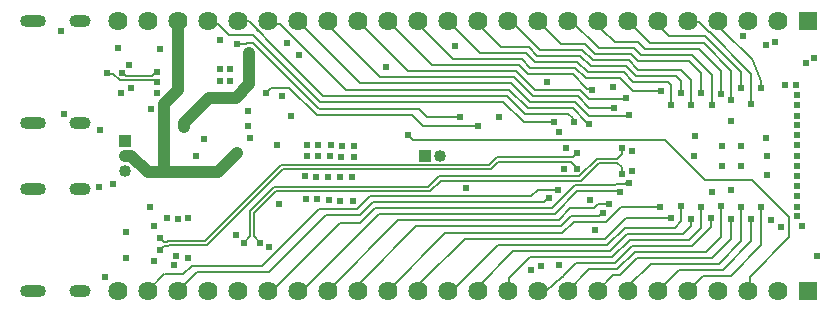
<source format=gbl>
G04*
G04 #@! TF.GenerationSoftware,Altium Limited,Altium Designer,24.5.2 (23)*
G04*
G04 Layer_Physical_Order=4*
G04 Layer_Color=16711680*
%FSLAX25Y25*%
%MOIN*%
G70*
G04*
G04 #@! TF.SameCoordinates,93A3EEE5-7AF5-460B-8448-28A0194370DD*
G04*
G04*
G04 #@! TF.FilePolarity,Positive*
G04*
G01*
G75*
%ADD12C,0.01000*%
%ADD13C,0.00600*%
G04:AMPARAMS|DCode=53|XSize=39.37mil|YSize=86.61mil|CornerRadius=19.68mil|HoleSize=0mil|Usage=FLASHONLY|Rotation=270.000|XOffset=0mil|YOffset=0mil|HoleType=Round|Shape=RoundedRectangle|*
%AMROUNDEDRECTD53*
21,1,0.03937,0.04724,0,0,270.0*
21,1,0.00000,0.08661,0,0,270.0*
1,1,0.03937,-0.02362,0.00000*
1,1,0.03937,-0.02362,0.00000*
1,1,0.03937,0.02362,0.00000*
1,1,0.03937,0.02362,0.00000*
%
%ADD53ROUNDEDRECTD53*%
G04:AMPARAMS|DCode=54|XSize=39.37mil|YSize=70.87mil|CornerRadius=19.68mil|HoleSize=0mil|Usage=FLASHONLY|Rotation=270.000|XOffset=0mil|YOffset=0mil|HoleType=Round|Shape=RoundedRectangle|*
%AMROUNDEDRECTD54*
21,1,0.03937,0.03150,0,0,270.0*
21,1,0.00000,0.07087,0,0,270.0*
1,1,0.03937,-0.01575,0.00000*
1,1,0.03937,-0.01575,0.00000*
1,1,0.03937,0.01575,0.00000*
1,1,0.03937,0.01575,0.00000*
%
%ADD54ROUNDEDRECTD54*%
%ADD65C,0.00603*%
%ADD68R,0.06400X0.06400*%
%ADD69C,0.06400*%
%ADD70R,0.04000X0.04000*%
%ADD71C,0.04000*%
%ADD72R,0.04000X0.04000*%
%ADD73C,0.02400*%
%ADD75C,0.04000*%
D12*
X96085Y5652D02*
G03*
X95000Y5000I4820J-9244D01*
G01*
X81648Y91705D02*
G03*
X81651Y91702I3351J3295D01*
G01*
D13*
X230540Y90000D02*
G03*
X230655Y89899I4460J5000D01*
G01*
X232373Y91084D02*
X232372Y91084D01*
X231551Y89078D02*
X242807Y77821D01*
X218600Y90000D02*
X230540D01*
X231015Y89614D02*
X231551Y89078D01*
X230655Y89899D02*
X231015Y89614D01*
X226138Y94648D02*
X228748D01*
X232136Y91321D02*
X232372Y91084D01*
X232075Y91321D02*
X232136D01*
X228748Y94648D02*
X232075Y91321D01*
X225786Y95000D02*
X226138Y94648D01*
X111000Y72000D02*
X165515D01*
X89033Y93967D02*
X111000Y72000D01*
X86033Y93967D02*
X89033D01*
X225500Y81500D02*
X229307Y77693D01*
X206200Y83800D02*
X208500Y81500D01*
X225500D01*
X207028Y85800D02*
X209328Y83500D01*
X226328D02*
X233000Y76828D01*
X209328Y83500D02*
X226328D01*
X208400Y87800D02*
X210700Y85500D01*
X228600D02*
X236000Y78100D01*
X210700Y85500D02*
X228600D01*
X230300Y87500D02*
X239500Y78300D01*
X205000Y95000D02*
X212500Y87500D01*
X230300D01*
X218307Y90293D02*
X218600Y90000D01*
X215000Y93600D02*
X218307Y90293D01*
X232373Y91084D02*
X244807Y78650D01*
X225000Y95000D02*
X225786D01*
X246200Y68000D02*
Y77067D01*
X244807Y78650D02*
X246200Y77067D01*
X235000Y93539D02*
Y95000D01*
X246810Y81572D02*
X249500Y74706D01*
X236573Y91927D02*
X246734Y81766D01*
X246810Y81572D01*
X235000Y93539D02*
X236573Y91965D01*
Y91927D02*
Y91965D01*
X155000Y94000D02*
X162764Y86236D01*
X155000Y94000D02*
Y95000D01*
X162764Y86236D02*
X171936D01*
X135000Y94000D02*
X146830Y82170D01*
X169658D01*
X172896Y36496D02*
X175000Y38600D01*
X119195Y36496D02*
X172896D01*
X176917Y34495D02*
X178321Y35900D01*
X120024Y34495D02*
X176917D01*
X179796Y32495D02*
X187396Y40095D01*
X120852Y32495D02*
X179796D01*
X121995Y30496D02*
X180624D01*
X188224Y38096D01*
X128496Y28495D02*
X181924D01*
X185828Y32400D01*
X182752Y26496D02*
X186127Y29870D01*
X134495Y26496D02*
X182752D01*
X116033Y8033D02*
X134495Y26496D01*
X144100Y24100D02*
X183185D01*
X125000Y5000D02*
X144100Y24100D01*
X183185D02*
X186956Y27870D01*
X188224Y38096D02*
X202404D01*
X135000Y5000D02*
Y6461D01*
X136573Y8035D01*
X150600Y22100D02*
X197318D01*
X136573Y8035D02*
Y8073D01*
X150600Y22100D01*
X105000Y5000D02*
X128496Y28495D01*
X109200Y27700D02*
X115800D01*
X88073Y6573D02*
X109200Y27700D01*
X85000Y5000D02*
X86461D01*
X88035Y6573D01*
X88073D01*
X98315Y6815D02*
X121995Y30496D01*
X96085Y5652D02*
X97113D01*
X98276Y6815D01*
X98315D01*
X114900Y32200D02*
X119195Y36496D01*
X116557Y28200D02*
X120852Y32495D01*
X115800Y27700D02*
X116300Y28200D01*
X116557D01*
X115728Y30200D02*
X120024Y34495D01*
X104300Y30200D02*
X115728D01*
X102018Y32200D02*
X114900D01*
X175000Y38600D02*
X181500D01*
X181600Y38700D01*
X178321Y35900D02*
X178700D01*
X172400Y16100D02*
X199804D01*
X165000Y5000D02*
X165414Y5414D01*
Y9114D01*
X172400Y16100D01*
X204214Y40700D02*
X204246Y40732D01*
X201382Y40700D02*
X204214D01*
X187396Y40095D02*
X200777D01*
X201382Y40700D01*
X204246Y40732D02*
X205232D01*
X205500Y41000D01*
X83118Y13300D02*
X102018Y32200D01*
X185000Y5000D02*
X192100Y12100D01*
X201461D01*
X177591Y5000D02*
X183216Y9616D01*
X183250Y9651D02*
X183802Y10202D01*
X175000Y5000D02*
X177591Y5000D01*
X183216Y9616D02*
X183250Y9651D01*
X183802Y10202D02*
X187700Y14100D01*
X200632D01*
X155000Y5000D02*
Y6200D01*
X166900Y18100D02*
X198975D01*
X155000Y6200D02*
X166900Y18100D01*
X146461Y5000D02*
X147885Y6423D01*
X161900Y20100D02*
X198147D01*
X145000Y5000D02*
X146461D01*
X147885Y6423D02*
X148223D01*
X198147Y20100D02*
X204047Y26000D01*
X148223Y6423D02*
X161900Y20100D01*
X115000Y5000D02*
X116033Y6033D01*
Y8033D01*
X186956Y27870D02*
X197734D01*
X85400Y11300D02*
X104300Y30200D01*
X186127Y29870D02*
X195314D01*
X185828Y32400D02*
X193618D01*
X195018Y33800D01*
X198600D01*
X61300Y11300D02*
X85400D01*
X59700Y13300D02*
X83118D01*
X202404Y38096D02*
X202500Y38000D01*
X196444Y31000D02*
X196600D01*
X195314Y29870D02*
X196444Y31000D01*
X186628Y77200D02*
X191560Y72268D01*
X192732D02*
X193000Y72000D01*
X191560Y72268D02*
X192732D01*
X133500Y55200D02*
X217300D01*
X230782Y41718D01*
X131800Y56900D02*
X133500Y55200D01*
X171800Y77200D02*
X186628D01*
X136782Y59900D02*
X154900D01*
X155000Y60000D01*
X133182Y63500D02*
X136782Y59900D01*
X138000Y62879D02*
X148926D01*
X135379Y65500D02*
X138000Y62879D01*
X171173Y84170D02*
X174043Y81300D01*
X155830Y84170D02*
X171173D01*
X171936Y86236D02*
X174872Y83300D01*
X145000Y95000D02*
X155830Y84170D01*
X169658Y82170D02*
X172528Y79300D01*
X187300D01*
X249500Y72500D02*
Y74706D01*
X92096Y72700D02*
X101296Y63500D01*
X86200Y72700D02*
X92096D01*
X84500Y71000D02*
X86200Y72700D01*
X80225Y87400D02*
X101625Y66000D01*
X77800Y87400D02*
X80225D01*
X74914Y87286D02*
X77686D01*
X77800Y87400D01*
X80153Y90300D02*
X102453Y68000D01*
X71922Y90300D02*
X80153D01*
X68255Y93967D02*
X71922Y90300D01*
X101625Y66000D02*
X101833D01*
X102333Y65500D02*
X135379D01*
X101833Y66000D02*
X102333Y65500D01*
X226400Y20000D02*
X232693Y26293D01*
X206532Y20000D02*
X226400D01*
X197318Y22100D02*
X204318Y29100D01*
X230782Y41718D02*
X238818D01*
X171715Y65800D02*
X186715D01*
X191215Y61300D01*
X191321D01*
X192121Y60500D01*
X170400Y61100D02*
X180400D01*
X163500Y68000D02*
X170400Y61100D01*
X187100Y61200D02*
Y61579D01*
X170870Y63800D02*
X185175D01*
X186593Y62085D02*
X187100Y61579D01*
X186593Y62085D02*
Y62381D01*
X185175Y63800D02*
X186593Y62381D01*
X56900Y10500D02*
X59700Y13300D01*
X45000Y5000D02*
X50550Y10550D01*
X50600Y10500D02*
X56900D01*
X200632Y14100D02*
X206532Y20000D01*
X246500Y41800D02*
X258800Y29500D01*
X238900Y41800D02*
X246500D01*
X258770Y22835D02*
Y28500D01*
X258800D02*
Y29500D01*
X245635Y9700D02*
X258770Y22835D01*
X245635Y5435D02*
Y9700D01*
X245300Y5100D02*
X245635Y5435D01*
X238818Y41718D02*
X238900Y41800D01*
X242807Y72500D02*
Y77821D01*
X239500Y68500D02*
Y78300D01*
X66033Y93967D02*
X68255D01*
X65000Y95000D02*
X66033Y93967D01*
X101296Y63500D02*
X133182D01*
X102453Y68000D02*
X163500D01*
X94700Y78582D02*
Y78618D01*
X86300Y86982D02*
X93082Y80200D01*
X103282Y70000D02*
X164670D01*
X93118Y80200D02*
X94700Y78618D01*
X93082Y80200D02*
X93118D01*
X94700Y78582D02*
X103282Y70000D01*
X81651Y91702D02*
X86300Y86982D01*
X78985Y94414D02*
X81648Y91705D01*
X78399Y95000D02*
X78985Y94414D01*
X75000Y95000D02*
X78399D01*
X85000D02*
X86033Y93967D01*
X208189Y16000D02*
X233200D01*
X202289Y10100D02*
X208189Y16000D01*
X200100Y10100D02*
X202289D01*
X195000Y5000D02*
X200100Y10100D01*
X207361Y18000D02*
X231200D01*
X201461Y12100D02*
X207361Y18000D01*
X200700Y87800D02*
X208400D01*
X195312Y85800D02*
X207028D01*
X115000Y95000D02*
X131800Y78200D01*
X138972D02*
X139001Y78170D01*
X167830D02*
X174200Y71800D01*
X131800Y78200D02*
X138972D01*
X139001Y78170D02*
X167830D01*
X165515Y72000D02*
X171715Y65800D01*
X164670Y70000D02*
X170870Y63800D01*
X122339Y76200D02*
X137972D01*
X105000Y93539D02*
X122339Y76200D01*
X105000Y93539D02*
Y95000D01*
X137972Y76200D02*
X138001Y76170D01*
X115830Y74170D02*
X166173D01*
X95000Y95000D02*
X115830Y74170D01*
X233000Y67000D02*
Y76828D01*
X215000Y93600D02*
Y95000D01*
X196573Y91927D02*
Y91965D01*
Y91927D02*
X200700Y87800D01*
X195000Y93539D02*
X196573Y91965D01*
X195000Y93539D02*
Y95000D01*
X186112D02*
X195312Y85800D01*
X185000Y95000D02*
X186112D01*
X194170Y83800D02*
X206200D01*
X182700Y87300D02*
X190671D01*
X175000Y95000D02*
X182700Y87300D01*
X190671D02*
X194170Y83800D01*
X193431Y81711D02*
X205289D01*
X175700Y85300D02*
X189842D01*
X166000Y95000D02*
X175700Y85300D01*
X205289Y81711D02*
X208500Y78500D01*
X189842Y85300D02*
X193431Y81711D01*
X174872Y83300D02*
X189014D01*
X192603Y79711D01*
X204461D02*
X207672Y76500D01*
X192603Y79711D02*
X204461D01*
X191774Y77711D02*
X203632D01*
X188185Y81300D02*
X191774Y77711D01*
X174043Y81300D02*
X188185D01*
X190946Y75711D02*
X202500D01*
X187400Y79200D02*
X187457D01*
X187300Y79300D02*
X187400Y79200D01*
X187457D02*
X190946Y75711D01*
X208500Y78500D02*
X222700D01*
X226000Y67000D02*
Y75200D01*
X222700Y78500D02*
X226000Y75200D01*
X205000Y5000D02*
Y6400D01*
X212600Y14000D02*
X235300D01*
X205000Y6400D02*
X212600Y14000D01*
X205704Y22000D02*
X225400D01*
X199804Y16100D02*
X205704Y22000D01*
X204875Y24000D02*
X223400D01*
X198975Y18100D02*
X204875Y24000D01*
X204047Y26000D02*
X220600D01*
X204318Y29100D02*
X219493D01*
X197734Y27870D02*
X202795Y32932D01*
X232693Y26293D02*
Y29100D01*
X222800Y28200D02*
Y33100D01*
X220600Y26000D02*
X222800Y28200D01*
X215000Y5000D02*
X222000Y12000D01*
X236800D01*
X55000Y5000D02*
X61300Y11300D01*
X239400Y10000D02*
X249500Y20100D01*
X230000Y10000D02*
X239400D01*
X249500Y20100D02*
Y32800D01*
X246193Y21393D02*
Y28800D01*
X236800Y12000D02*
X246193Y21393D01*
X242700Y21400D02*
Y32800D01*
X235300Y14000D02*
X242700Y21400D01*
X233200Y16000D02*
X239393Y22193D01*
Y28800D01*
X231200Y18000D02*
X236000Y22800D01*
Y33100D01*
X229400Y25900D02*
Y33000D01*
X229300Y25900D02*
X229400D01*
X225400Y22000D02*
X229300Y25900D01*
X226093Y26693D02*
Y29000D01*
X223400Y24000D02*
X226093Y26693D01*
X192043Y63300D02*
X205300D01*
X187543Y67800D02*
X192043Y63300D01*
X166173Y74170D02*
X172543Y67800D01*
X187543D01*
X205300Y63300D02*
X205500Y63500D01*
X125000Y95000D02*
X139830Y80170D01*
X168830D01*
X138001Y76170D02*
X167001D01*
X173372Y69800D02*
X188372D01*
X167001Y76170D02*
X173372Y69800D01*
X192172Y66000D02*
X200500D01*
X188372Y69800D02*
X192172Y66000D01*
X204000Y69000D02*
X204268Y69268D01*
X192000Y69000D02*
X204000D01*
X189200Y71800D02*
X192000Y69000D01*
X174200Y71800D02*
X189200D01*
X168830Y80170D02*
X171800Y77200D01*
X202795Y32932D02*
X215904D01*
X225000Y5000D02*
X230000Y10000D01*
X135000Y94000D02*
Y95000D01*
X206840Y71371D02*
X216078D01*
X202500Y75711D02*
X206840Y71371D01*
X203632Y77711D02*
X206843Y74500D01*
X218414D01*
X219500Y73414D01*
Y67000D02*
Y73414D01*
X207672Y76500D02*
X221114D01*
X222807Y74807D01*
Y71000D02*
Y74807D01*
X165000Y95000D02*
X166000D01*
X229307Y71000D02*
Y77693D01*
X236000Y70500D02*
Y78100D01*
D53*
X6752Y39016D02*
D03*
Y5000D02*
D03*
Y95000D02*
D03*
Y60984D02*
D03*
D54*
X22500Y39016D02*
D03*
Y5000D02*
D03*
Y95000D02*
D03*
Y60984D02*
D03*
D65*
X142681Y41697D02*
X189436D01*
X195287Y47548D01*
X188855Y43100D02*
X194706Y48952D01*
X139081Y38097D02*
X142681Y41697D01*
X142100Y43100D02*
X188855D01*
X138500Y39500D02*
X142100Y43100D01*
X80452Y23049D02*
Y30951D01*
X77000Y21000D02*
X79049Y23049D01*
X87598Y38097D02*
X139081D01*
X80452Y23049D02*
X82500Y21000D01*
X87016Y39500D02*
X138500D01*
X79049Y23049D02*
Y31532D01*
X80452Y30951D02*
X87598Y38097D01*
X79049Y31532D02*
X87016Y39500D01*
X46287Y76490D02*
X47797Y78000D01*
X37752Y76490D02*
X46287D01*
X35658Y75087D02*
X46927D01*
X47514Y74500D02*
X48000D01*
X46927Y75087D02*
X47514Y74500D01*
X47797Y78000D02*
X48000D01*
X36500Y77500D02*
X36742D01*
X37752Y76490D01*
X33570Y77175D02*
X35658Y75087D01*
X31500Y77500D02*
X31825Y77175D01*
X33570D01*
X195287Y47548D02*
X201500D01*
X202944Y44056D02*
X203000Y44000D01*
X202944Y44056D02*
Y46104D01*
X201500Y47548D02*
X202944Y46104D01*
X194706Y48952D02*
X201500D01*
X202944Y52444D02*
X203000Y52500D01*
X202944Y50396D02*
Y52444D01*
X201500Y48952D02*
X202944Y50396D01*
X52147Y20101D02*
X64605D01*
X64024Y21505D02*
X73000Y30481D01*
X74403Y29899D02*
Y29900D01*
X64605Y20101D02*
X74403Y29899D01*
X51565Y21505D02*
X64024D01*
X73000Y30481D02*
Y30481D01*
X89418Y46898D01*
X74403Y29900D02*
X89999Y45496D01*
X159366D01*
X89418Y46898D02*
X158785D01*
X161289Y49403D02*
X186889D01*
X185986Y48000D02*
X188000Y45986D01*
X186889Y49403D02*
X188000Y50514D01*
X159366Y45496D02*
X161870Y48000D01*
X158785Y46898D02*
X161289Y49403D01*
X161870Y48000D02*
X185986D01*
X188000Y50514D02*
Y51000D01*
Y45500D02*
Y45986D01*
X49000Y22500D02*
X50299Y21202D01*
Y19798D02*
X51844D01*
X52147Y20101D01*
X49000Y18500D02*
X50299Y19798D01*
X51262Y21202D02*
X51565Y21505D01*
X50299Y21202D02*
X51262D01*
D68*
X265000Y95000D02*
D03*
Y5000D02*
D03*
D69*
X45000Y95000D02*
D03*
X255000Y5000D02*
D03*
X35000D02*
D03*
X45000D02*
D03*
X55000D02*
D03*
X65000D02*
D03*
X75000D02*
D03*
X85000D02*
D03*
X95000D02*
D03*
X105000D02*
D03*
X115000D02*
D03*
X125000D02*
D03*
X135000D02*
D03*
X145000D02*
D03*
X155000D02*
D03*
X165000D02*
D03*
X175000D02*
D03*
X185000D02*
D03*
X195000D02*
D03*
X205000D02*
D03*
X215000D02*
D03*
X225000D02*
D03*
X235000D02*
D03*
X245000D02*
D03*
X35000Y95000D02*
D03*
X55000D02*
D03*
X65000D02*
D03*
X75000D02*
D03*
X85000D02*
D03*
X95000D02*
D03*
X105000D02*
D03*
X115000D02*
D03*
X125000D02*
D03*
X135000D02*
D03*
X145000D02*
D03*
X155000D02*
D03*
X165000D02*
D03*
X175000D02*
D03*
X185000D02*
D03*
X195000D02*
D03*
X205000D02*
D03*
X215000D02*
D03*
X225000D02*
D03*
X235000D02*
D03*
X245000D02*
D03*
X255000D02*
D03*
D70*
X137500Y50000D02*
D03*
D71*
X142500D02*
D03*
X37500D02*
D03*
Y45000D02*
D03*
D72*
Y55000D02*
D03*
D73*
X98200Y53700D02*
D03*
X101900Y53600D02*
D03*
X106000Y53500D02*
D03*
X109700Y53200D02*
D03*
X113800Y53100D02*
D03*
X78500Y60000D02*
D03*
Y65000D02*
D03*
X91500Y87500D02*
D03*
X251000Y87000D02*
D03*
X254000Y88000D02*
D03*
X264500Y81000D02*
D03*
X37600Y16000D02*
D03*
X178000Y74500D02*
D03*
X151050Y39300D02*
D03*
X95500Y83500D02*
D03*
X147500Y86500D02*
D03*
X182000Y13400D02*
D03*
X176200Y13300D02*
D03*
X172900Y12000D02*
D03*
X196600Y31000D02*
D03*
X198600Y33800D02*
D03*
X202500Y38000D02*
D03*
X181600Y38700D02*
D03*
X178700Y35900D02*
D03*
X183900Y45600D02*
D03*
X192500Y35100D02*
D03*
X182000Y58000D02*
D03*
X200000Y73000D02*
D03*
X193000Y72000D02*
D03*
X155000Y60000D02*
D03*
X243277Y89824D02*
D03*
X148926Y62879D02*
D03*
X29100Y58700D02*
D03*
X45900Y32900D02*
D03*
X51300Y29100D02*
D03*
X88200Y53700D02*
D03*
X92600Y63200D02*
D03*
X267200Y82600D02*
D03*
X256000Y26300D02*
D03*
X47100Y26600D02*
D03*
X69000Y88500D02*
D03*
X36000Y70800D02*
D03*
X39400Y72700D02*
D03*
X38900Y80200D02*
D03*
X49100Y85400D02*
D03*
X88800Y34000D02*
D03*
X131800Y56900D02*
D03*
X89700Y69800D02*
D03*
X54500Y16600D02*
D03*
X53600Y13700D02*
D03*
X84500Y71000D02*
D03*
X239500Y61500D02*
D03*
X268000Y16500D02*
D03*
X261000Y73500D02*
D03*
X257500D02*
D03*
X124500Y79500D02*
D03*
X58500Y16000D02*
D03*
X74914Y87286D02*
D03*
X78800Y84300D02*
D03*
X57000Y59400D02*
D03*
X46100Y65400D02*
D03*
X74900Y51000D02*
D03*
X48000Y71000D02*
D03*
X35000Y86000D02*
D03*
X16000Y91500D02*
D03*
X17000Y64000D02*
D03*
X48000Y74500D02*
D03*
Y78000D02*
D03*
X31500Y77500D02*
D03*
X36500D02*
D03*
X184500Y52500D02*
D03*
X47000Y15000D02*
D03*
X49000Y22500D02*
D03*
Y18500D02*
D03*
X188000Y45500D02*
D03*
Y51000D02*
D03*
X162000Y63000D02*
D03*
X205500Y41000D02*
D03*
X206500Y45000D02*
D03*
Y51500D02*
D03*
X74300Y23600D02*
D03*
X85500Y19500D02*
D03*
X82500Y21000D02*
D03*
X77000D02*
D03*
X113000Y43000D02*
D03*
X109000D02*
D03*
X105200Y42900D02*
D03*
X101100Y43000D02*
D03*
X97400Y43100D02*
D03*
X203000Y52500D02*
D03*
Y44000D02*
D03*
X192121Y60500D02*
D03*
X187100Y61200D02*
D03*
X180400Y61100D02*
D03*
X30800Y9400D02*
D03*
X33300Y40400D02*
D03*
X28900Y39700D02*
D03*
X37600Y24600D02*
D03*
X55000Y28900D02*
D03*
X58500Y29100D02*
D03*
X101700Y49900D02*
D03*
X105800Y49800D02*
D03*
X98000Y50000D02*
D03*
X113600Y49400D02*
D03*
X109500Y49500D02*
D03*
X109200Y35000D02*
D03*
X113300Y34900D02*
D03*
X97700Y35500D02*
D03*
X105500Y35300D02*
D03*
X101400Y35400D02*
D03*
X263200Y26400D02*
D03*
X69000Y79000D02*
D03*
Y75000D02*
D03*
X72500D02*
D03*
Y79000D02*
D03*
X79000Y56000D02*
D03*
X252893Y28600D02*
D03*
X261471Y30022D02*
D03*
Y33022D02*
D03*
Y36522D02*
D03*
Y40022D02*
D03*
X261571Y43322D02*
D03*
X261471Y46522D02*
D03*
X261571Y49922D02*
D03*
X261370Y53422D02*
D03*
X261270Y56722D02*
D03*
X261370Y60122D02*
D03*
X261270Y63322D02*
D03*
Y66722D02*
D03*
X261370Y70122D02*
D03*
X251000Y56000D02*
D03*
X251500Y50000D02*
D03*
X251496Y43504D02*
D03*
X239500Y38500D02*
D03*
X233000Y38000D02*
D03*
X227500Y56500D02*
D03*
X227000Y50000D02*
D03*
X236300Y53300D02*
D03*
X242800Y53200D02*
D03*
Y46700D02*
D03*
X236300D02*
D03*
X194000Y25100D02*
D03*
X63900Y55400D02*
D03*
X205500Y63500D02*
D03*
X200500Y66000D02*
D03*
X204268Y69268D02*
D03*
X61000Y50000D02*
D03*
X246200Y67300D02*
D03*
X215904Y32932D02*
D03*
X216078Y71371D02*
D03*
X246193Y28800D02*
D03*
X249500Y32800D02*
D03*
X239393Y28800D02*
D03*
X242700Y32800D02*
D03*
X232693Y29100D02*
D03*
X236000Y33100D02*
D03*
X226093Y29000D02*
D03*
X229400Y33000D02*
D03*
X219493Y29100D02*
D03*
X222800Y33100D02*
D03*
X222807Y71000D02*
D03*
X219500Y67000D02*
D03*
X229307Y71000D02*
D03*
X226000Y67000D02*
D03*
X233000D02*
D03*
X236000Y70500D02*
D03*
X239500Y68500D02*
D03*
X242807Y72500D02*
D03*
X249500D02*
D03*
D75*
X57000Y60828D02*
X65472Y69300D01*
X57000Y59400D02*
Y60828D01*
X50300Y44600D02*
Y67200D01*
X44971Y44600D02*
X50300D01*
X68500D01*
X55000Y71900D02*
Y95000D01*
X50300Y67200D02*
X55000Y71900D01*
X74300Y69300D02*
X78800Y73800D01*
X65472Y69300D02*
X74300D01*
X78800Y73800D02*
Y84300D01*
X37500Y50000D02*
X39571D01*
X44971Y44600D01*
X68500D02*
X74900Y51000D01*
M02*

</source>
